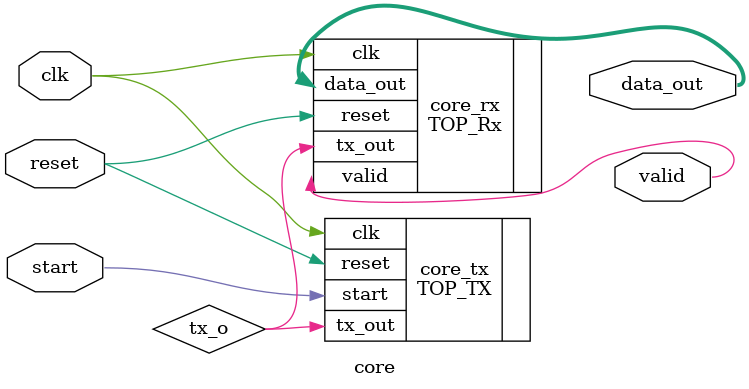
<source format=v>
module core(
	input clk,
	input start,
	input reset,
	output valid,
	output [111:0]data_out
);
	wire tx_o;
	
  TOP_TX core_tx (
    .clk(clk), 
    .start(start), 
    .reset(reset), 
    .tx_out(tx_o)
  );
	
	TOP_Rx core_rx(
		 .clk(clk),
		 .reset(reset),
		 .tx_out(tx_o), //recieved data from tx
		 .valid(valid),
	    .data_out(data_out)
	);
endmodule 
</source>
